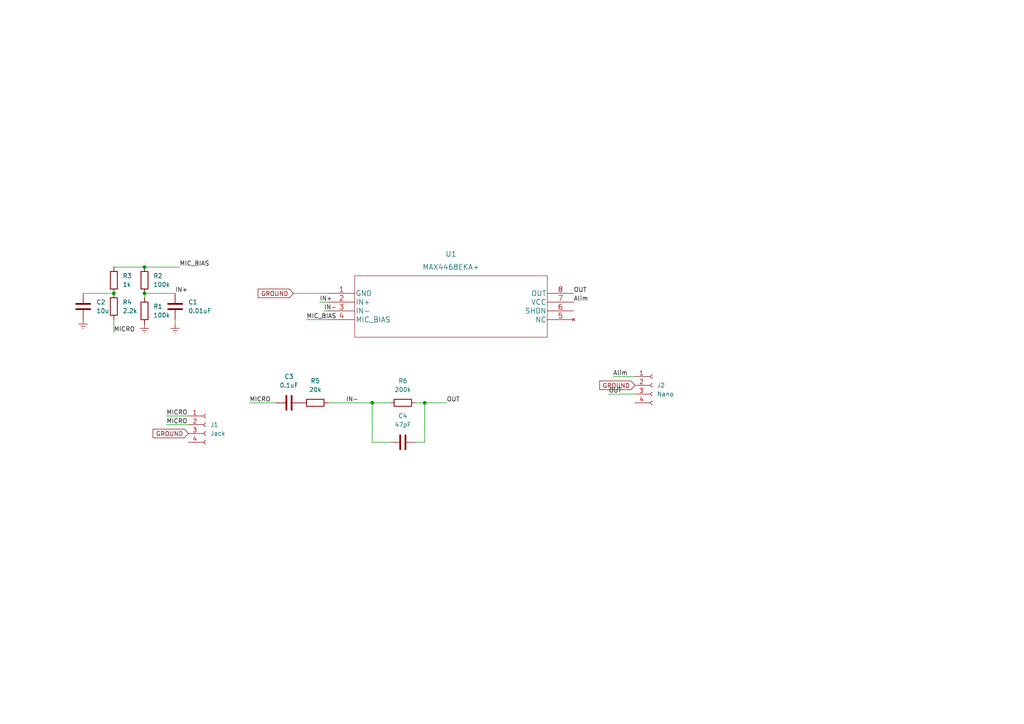
<source format=kicad_sch>
(kicad_sch (version 20211123) (generator eeschema)

  (uuid eb91eb52-3351-442d-b23a-038cad3b3ca2)

  (paper "A4")

  (lib_symbols
    (symbol "Connector:Conn_01x04_Female" (pin_names (offset 1.016) hide) (in_bom yes) (on_board yes)
      (property "Reference" "J" (id 0) (at 0 5.08 0)
        (effects (font (size 1.27 1.27)))
      )
      (property "Value" "Conn_01x04_Female" (id 1) (at 0 -7.62 0)
        (effects (font (size 1.27 1.27)))
      )
      (property "Footprint" "" (id 2) (at 0 0 0)
        (effects (font (size 1.27 1.27)) hide)
      )
      (property "Datasheet" "~" (id 3) (at 0 0 0)
        (effects (font (size 1.27 1.27)) hide)
      )
      (property "ki_keywords" "connector" (id 4) (at 0 0 0)
        (effects (font (size 1.27 1.27)) hide)
      )
      (property "ki_description" "Generic connector, single row, 01x04, script generated (kicad-library-utils/schlib/autogen/connector/)" (id 5) (at 0 0 0)
        (effects (font (size 1.27 1.27)) hide)
      )
      (property "ki_fp_filters" "Connector*:*_1x??_*" (id 6) (at 0 0 0)
        (effects (font (size 1.27 1.27)) hide)
      )
      (symbol "Conn_01x04_Female_1_1"
        (arc (start 0 -4.572) (mid -0.508 -5.08) (end 0 -5.588)
          (stroke (width 0.1524) (type default) (color 0 0 0 0))
          (fill (type none))
        )
        (arc (start 0 -2.032) (mid -0.508 -2.54) (end 0 -3.048)
          (stroke (width 0.1524) (type default) (color 0 0 0 0))
          (fill (type none))
        )
        (polyline
          (pts
            (xy -1.27 -5.08)
            (xy -0.508 -5.08)
          )
          (stroke (width 0.1524) (type default) (color 0 0 0 0))
          (fill (type none))
        )
        (polyline
          (pts
            (xy -1.27 -2.54)
            (xy -0.508 -2.54)
          )
          (stroke (width 0.1524) (type default) (color 0 0 0 0))
          (fill (type none))
        )
        (polyline
          (pts
            (xy -1.27 0)
            (xy -0.508 0)
          )
          (stroke (width 0.1524) (type default) (color 0 0 0 0))
          (fill (type none))
        )
        (polyline
          (pts
            (xy -1.27 2.54)
            (xy -0.508 2.54)
          )
          (stroke (width 0.1524) (type default) (color 0 0 0 0))
          (fill (type none))
        )
        (arc (start 0 0.508) (mid -0.508 0) (end 0 -0.508)
          (stroke (width 0.1524) (type default) (color 0 0 0 0))
          (fill (type none))
        )
        (arc (start 0 3.048) (mid -0.508 2.54) (end 0 2.032)
          (stroke (width 0.1524) (type default) (color 0 0 0 0))
          (fill (type none))
        )
        (pin passive line (at -5.08 2.54 0) (length 3.81)
          (name "Pin_1" (effects (font (size 1.27 1.27))))
          (number "1" (effects (font (size 1.27 1.27))))
        )
        (pin passive line (at -5.08 0 0) (length 3.81)
          (name "Pin_2" (effects (font (size 1.27 1.27))))
          (number "2" (effects (font (size 1.27 1.27))))
        )
        (pin passive line (at -5.08 -2.54 0) (length 3.81)
          (name "Pin_3" (effects (font (size 1.27 1.27))))
          (number "3" (effects (font (size 1.27 1.27))))
        )
        (pin passive line (at -5.08 -5.08 0) (length 3.81)
          (name "Pin_4" (effects (font (size 1.27 1.27))))
          (number "4" (effects (font (size 1.27 1.27))))
        )
      )
    )
    (symbol "Device:C" (pin_numbers hide) (pin_names (offset 0.254)) (in_bom yes) (on_board yes)
      (property "Reference" "C" (id 0) (at 0.635 2.54 0)
        (effects (font (size 1.27 1.27)) (justify left))
      )
      (property "Value" "C" (id 1) (at 0.635 -2.54 0)
        (effects (font (size 1.27 1.27)) (justify left))
      )
      (property "Footprint" "" (id 2) (at 0.9652 -3.81 0)
        (effects (font (size 1.27 1.27)) hide)
      )
      (property "Datasheet" "~" (id 3) (at 0 0 0)
        (effects (font (size 1.27 1.27)) hide)
      )
      (property "ki_keywords" "cap capacitor" (id 4) (at 0 0 0)
        (effects (font (size 1.27 1.27)) hide)
      )
      (property "ki_description" "Unpolarized capacitor" (id 5) (at 0 0 0)
        (effects (font (size 1.27 1.27)) hide)
      )
      (property "ki_fp_filters" "C_*" (id 6) (at 0 0 0)
        (effects (font (size 1.27 1.27)) hide)
      )
      (symbol "C_0_1"
        (polyline
          (pts
            (xy -2.032 -0.762)
            (xy 2.032 -0.762)
          )
          (stroke (width 0.508) (type default) (color 0 0 0 0))
          (fill (type none))
        )
        (polyline
          (pts
            (xy -2.032 0.762)
            (xy 2.032 0.762)
          )
          (stroke (width 0.508) (type default) (color 0 0 0 0))
          (fill (type none))
        )
      )
      (symbol "C_1_1"
        (pin passive line (at 0 3.81 270) (length 2.794)
          (name "~" (effects (font (size 1.27 1.27))))
          (number "1" (effects (font (size 1.27 1.27))))
        )
        (pin passive line (at 0 -3.81 90) (length 2.794)
          (name "~" (effects (font (size 1.27 1.27))))
          (number "2" (effects (font (size 1.27 1.27))))
        )
      )
    )
    (symbol "Device:R" (pin_numbers hide) (pin_names (offset 0)) (in_bom yes) (on_board yes)
      (property "Reference" "R" (id 0) (at 2.032 0 90)
        (effects (font (size 1.27 1.27)))
      )
      (property "Value" "R" (id 1) (at 0 0 90)
        (effects (font (size 1.27 1.27)))
      )
      (property "Footprint" "" (id 2) (at -1.778 0 90)
        (effects (font (size 1.27 1.27)) hide)
      )
      (property "Datasheet" "~" (id 3) (at 0 0 0)
        (effects (font (size 1.27 1.27)) hide)
      )
      (property "ki_keywords" "R res resistor" (id 4) (at 0 0 0)
        (effects (font (size 1.27 1.27)) hide)
      )
      (property "ki_description" "Resistor" (id 5) (at 0 0 0)
        (effects (font (size 1.27 1.27)) hide)
      )
      (property "ki_fp_filters" "R_*" (id 6) (at 0 0 0)
        (effects (font (size 1.27 1.27)) hide)
      )
      (symbol "R_0_1"
        (rectangle (start -1.016 -2.54) (end 1.016 2.54)
          (stroke (width 0.254) (type default) (color 0 0 0 0))
          (fill (type none))
        )
      )
      (symbol "R_1_1"
        (pin passive line (at 0 3.81 270) (length 1.27)
          (name "~" (effects (font (size 1.27 1.27))))
          (number "1" (effects (font (size 1.27 1.27))))
        )
        (pin passive line (at 0 -3.81 90) (length 1.27)
          (name "~" (effects (font (size 1.27 1.27))))
          (number "2" (effects (font (size 1.27 1.27))))
        )
      )
    )
    (symbol "max:MAX4468EKA+" (pin_names (offset 0.254)) (in_bom yes) (on_board yes)
      (property "Reference" "U" (id 0) (at 35.56 10.16 0)
        (effects (font (size 1.524 1.524)))
      )
      (property "Value" "MAX4468EKA+" (id 1) (at 35.56 7.62 0)
        (effects (font (size 1.524 1.524)))
      )
      (property "Footprint" "21-0078H_MXM" (id 2) (at 35.56 6.096 0)
        (effects (font (size 1.524 1.524)) hide)
      )
      (property "Datasheet" "" (id 3) (at 0 0 0)
        (effects (font (size 1.524 1.524)))
      )
      (property "ki_locked" "" (id 4) (at 0 0 0)
        (effects (font (size 1.27 1.27)))
      )
      (property "ki_fp_filters" "21-0078H_MXM 21-0078H_MXM-M 21-0078H_MXM-L" (id 5) (at 0 0 0)
        (effects (font (size 1.27 1.27)) hide)
      )
      (symbol "MAX4468EKA+_1_1"
        (polyline
          (pts
            (xy 7.62 -12.7)
            (xy 63.5 -12.7)
          )
          (stroke (width 0.127) (type default) (color 0 0 0 0))
          (fill (type none))
        )
        (polyline
          (pts
            (xy 7.62 5.08)
            (xy 7.62 -12.7)
          )
          (stroke (width 0.127) (type default) (color 0 0 0 0))
          (fill (type none))
        )
        (polyline
          (pts
            (xy 63.5 -12.7)
            (xy 63.5 5.08)
          )
          (stroke (width 0.127) (type default) (color 0 0 0 0))
          (fill (type none))
        )
        (polyline
          (pts
            (xy 63.5 5.08)
            (xy 7.62 5.08)
          )
          (stroke (width 0.127) (type default) (color 0 0 0 0))
          (fill (type none))
        )
        (pin power_in line (at 0 0 0) (length 7.62)
          (name "GND" (effects (font (size 1.4986 1.4986))))
          (number "1" (effects (font (size 1.4986 1.4986))))
        )
        (pin input line (at 0 -2.54 0) (length 7.62)
          (name "IN+" (effects (font (size 1.4986 1.4986))))
          (number "2" (effects (font (size 1.4986 1.4986))))
        )
        (pin input line (at 0 -5.08 0) (length 7.62)
          (name "IN-" (effects (font (size 1.4986 1.4986))))
          (number "3" (effects (font (size 1.4986 1.4986))))
        )
        (pin output line (at 0 -7.62 0) (length 7.62)
          (name "MIC_BIAS" (effects (font (size 1.4986 1.4986))))
          (number "4" (effects (font (size 1.4986 1.4986))))
        )
        (pin no_connect line (at 71.12 -7.62 180) (length 7.62)
          (name "NC" (effects (font (size 1.4986 1.4986))))
          (number "5" (effects (font (size 1.4986 1.4986))))
        )
        (pin input line (at 71.12 -5.08 180) (length 7.62)
          (name "SHDN" (effects (font (size 1.4986 1.4986))))
          (number "6" (effects (font (size 1.4986 1.4986))))
        )
        (pin power_in line (at 71.12 -2.54 180) (length 7.62)
          (name "VCC" (effects (font (size 1.4986 1.4986))))
          (number "7" (effects (font (size 1.4986 1.4986))))
        )
        (pin output line (at 71.12 0 180) (length 7.62)
          (name "OUT" (effects (font (size 1.4986 1.4986))))
          (number "8" (effects (font (size 1.4986 1.4986))))
        )
      )
    )
    (symbol "power:Earth" (power) (pin_names (offset 0)) (in_bom yes) (on_board yes)
      (property "Reference" "#PWR" (id 0) (at 0 -6.35 0)
        (effects (font (size 1.27 1.27)) hide)
      )
      (property "Value" "Earth" (id 1) (at 0 -3.81 0)
        (effects (font (size 1.27 1.27)) hide)
      )
      (property "Footprint" "" (id 2) (at 0 0 0)
        (effects (font (size 1.27 1.27)) hide)
      )
      (property "Datasheet" "~" (id 3) (at 0 0 0)
        (effects (font (size 1.27 1.27)) hide)
      )
      (property "ki_keywords" "power-flag ground gnd" (id 4) (at 0 0 0)
        (effects (font (size 1.27 1.27)) hide)
      )
      (property "ki_description" "Power symbol creates a global label with name \"Earth\"" (id 5) (at 0 0 0)
        (effects (font (size 1.27 1.27)) hide)
      )
      (symbol "Earth_0_1"
        (polyline
          (pts
            (xy -0.635 -1.905)
            (xy 0.635 -1.905)
          )
          (stroke (width 0) (type default) (color 0 0 0 0))
          (fill (type none))
        )
        (polyline
          (pts
            (xy -0.127 -2.54)
            (xy 0.127 -2.54)
          )
          (stroke (width 0) (type default) (color 0 0 0 0))
          (fill (type none))
        )
        (polyline
          (pts
            (xy 0 -1.27)
            (xy 0 0)
          )
          (stroke (width 0) (type default) (color 0 0 0 0))
          (fill (type none))
        )
        (polyline
          (pts
            (xy 1.27 -1.27)
            (xy -1.27 -1.27)
          )
          (stroke (width 0) (type default) (color 0 0 0 0))
          (fill (type none))
        )
      )
      (symbol "Earth_1_1"
        (pin power_in line (at 0 0 270) (length 0) hide
          (name "Earth" (effects (font (size 1.27 1.27))))
          (number "1" (effects (font (size 1.27 1.27))))
        )
      )
    )
  )

  (junction (at 41.91 77.47) (diameter 0) (color 0 0 0 0)
    (uuid 0ca593e1-fb5e-440d-8158-78af5ab45bab)
  )
  (junction (at 123.19 116.84) (diameter 0) (color 0 0 0 0)
    (uuid 8627a2d8-a47b-4e06-a89f-cdb3521512a0)
  )
  (junction (at 107.95 116.84) (diameter 0) (color 0 0 0 0)
    (uuid a35e881b-30f0-4974-98f3-762c36fb6dac)
  )
  (junction (at 41.91 85.09) (diameter 0) (color 0 0 0 0)
    (uuid bc201f01-f0db-48eb-a853-b5b3a0e164ab)
  )
  (junction (at 33.02 85.09) (diameter 0) (color 0 0 0 0)
    (uuid ec672cfc-11b6-4a3e-814b-2d4fde0242e7)
  )

  (wire (pts (xy 41.91 85.09) (xy 41.91 86.36))
    (stroke (width 0) (type default) (color 0 0 0 0))
    (uuid 0213e7f9-f28e-4290-8a4d-4dabc1c7267b)
  )
  (wire (pts (xy 123.19 116.84) (xy 123.19 128.27))
    (stroke (width 0) (type default) (color 0 0 0 0))
    (uuid 090f73ba-0b51-4123-aff3-cfaa97b2b322)
  )
  (wire (pts (xy 129.54 116.84) (xy 123.19 116.84))
    (stroke (width 0) (type default) (color 0 0 0 0))
    (uuid 17a20555-8954-4e9a-90dd-0e860fc61c64)
  )
  (wire (pts (xy 33.02 77.47) (xy 41.91 77.47))
    (stroke (width 0) (type default) (color 0 0 0 0))
    (uuid 1ad23de0-b52e-4406-bfb2-600d68c82fc6)
  )
  (wire (pts (xy 95.25 116.84) (xy 107.95 116.84))
    (stroke (width 0) (type default) (color 0 0 0 0))
    (uuid 22f6abd2-85a5-4072-8604-3d80370bdeef)
  )
  (wire (pts (xy 50.8 93.98) (xy 50.8 92.71))
    (stroke (width 0) (type default) (color 0 0 0 0))
    (uuid 41a3c540-6a3a-47c5-bb41-e8ab33137e0b)
  )
  (wire (pts (xy 123.19 116.84) (xy 120.65 116.84))
    (stroke (width 0) (type default) (color 0 0 0 0))
    (uuid 4786f8a9-97f0-4a7b-b2c7-a3fdd934375e)
  )
  (wire (pts (xy 176.53 114.3) (xy 184.15 114.3))
    (stroke (width 0) (type default) (color 0 0 0 0))
    (uuid 5c9d2fc5-e5fe-425f-a58b-993ccfed467a)
  )
  (wire (pts (xy 113.03 128.27) (xy 107.95 128.27))
    (stroke (width 0) (type default) (color 0 0 0 0))
    (uuid 63015434-ee46-40aa-bbbc-06269e2955ad)
  )
  (wire (pts (xy 177.8 109.22) (xy 184.15 109.22))
    (stroke (width 0) (type default) (color 0 0 0 0))
    (uuid 6a0c4af2-31ad-4fdb-94af-df05b2a9715a)
  )
  (wire (pts (xy 33.02 96.52) (xy 33.02 92.71))
    (stroke (width 0) (type default) (color 0 0 0 0))
    (uuid 84b70e01-adf3-4d64-8c03-15ed49fcfa0e)
  )
  (wire (pts (xy 41.91 85.09) (xy 50.8 85.09))
    (stroke (width 0) (type default) (color 0 0 0 0))
    (uuid 8cf6001e-f7e0-4ecb-9425-2068e1486d56)
  )
  (wire (pts (xy 24.13 85.09) (xy 33.02 85.09))
    (stroke (width 0) (type default) (color 0 0 0 0))
    (uuid a3bcba8a-e97d-4cf9-9e86-467b9e13847e)
  )
  (wire (pts (xy 107.95 128.27) (xy 107.95 116.84))
    (stroke (width 0) (type default) (color 0 0 0 0))
    (uuid a3db472f-751c-4a98-9dd3-1c9ead936830)
  )
  (wire (pts (xy 107.95 116.84) (xy 113.03 116.84))
    (stroke (width 0) (type default) (color 0 0 0 0))
    (uuid a4faf5df-a48a-4aa5-9998-ee3d6cfd54ad)
  )
  (wire (pts (xy 123.19 128.27) (xy 120.65 128.27))
    (stroke (width 0) (type default) (color 0 0 0 0))
    (uuid b75bf40e-3c45-47dd-9fce-2046401c559c)
  )
  (wire (pts (xy 88.9 92.71) (xy 95.25 92.71))
    (stroke (width 0) (type default) (color 0 0 0 0))
    (uuid bc7c5798-220a-4f11-b19f-3fad31677b54)
  )
  (wire (pts (xy 72.39 116.84) (xy 80.01 116.84))
    (stroke (width 0) (type default) (color 0 0 0 0))
    (uuid c320fe2b-8c45-4da5-a5e5-89e80f97ef80)
  )
  (wire (pts (xy 48.26 120.65) (xy 54.61 120.65))
    (stroke (width 0) (type default) (color 0 0 0 0))
    (uuid c412bcc7-89ac-4437-89ba-b33f0a7e5c82)
  )
  (wire (pts (xy 92.71 87.63) (xy 95.25 87.63))
    (stroke (width 0) (type default) (color 0 0 0 0))
    (uuid e2388c51-1b76-4ae3-931d-c2131096e28c)
  )
  (wire (pts (xy 48.26 123.19) (xy 54.61 123.19))
    (stroke (width 0) (type default) (color 0 0 0 0))
    (uuid e7ebc0fd-93bb-4444-9848-d514088ae004)
  )
  (wire (pts (xy 85.09 85.09) (xy 95.25 85.09))
    (stroke (width 0) (type default) (color 0 0 0 0))
    (uuid eb4a505f-bfaa-49fc-85a8-02509c5b4d1d)
  )
  (wire (pts (xy 52.07 77.47) (xy 41.91 77.47))
    (stroke (width 0) (type default) (color 0 0 0 0))
    (uuid ed57c827-5789-49c8-9963-67664eeb678f)
  )
  (wire (pts (xy 93.98 90.17) (xy 95.25 90.17))
    (stroke (width 0) (type default) (color 0 0 0 0))
    (uuid f72e6655-2ed1-45b6-85f7-73f11fb7fc5a)
  )

  (label "OUT" (at 129.54 116.84 0)
    (effects (font (size 1.27 1.27)) (justify left bottom))
    (uuid 0b50e3f1-d6ae-4223-b415-a69cefbff02b)
  )
  (label "MICRO" (at 48.26 120.65 0)
    (effects (font (size 1.27 1.27)) (justify left bottom))
    (uuid 0fd4b515-4dbc-4ac2-b2ba-a33ddd98c70f)
  )
  (label "IN-" (at 93.98 90.17 0)
    (effects (font (size 1.27 1.27)) (justify left bottom))
    (uuid 1f90e49f-c8ca-409f-b761-b6d4f271a894)
  )
  (label "Alim" (at 166.37 87.63 0)
    (effects (font (size 1.27 1.27)) (justify left bottom))
    (uuid 2e223b25-3457-422b-b098-2eb72ba308e9)
  )
  (label "Alim" (at 177.8 109.22 0)
    (effects (font (size 1.27 1.27)) (justify left bottom))
    (uuid 31e7a8d4-d70b-4c5a-acaa-bfbf8be10552)
  )
  (label "OUT" (at 176.53 114.3 0)
    (effects (font (size 1.27 1.27)) (justify left bottom))
    (uuid 37d10980-5ebb-408d-8c58-cac07d2e2567)
  )
  (label "MIC_BIAS" (at 88.9 92.71 0)
    (effects (font (size 1.27 1.27)) (justify left bottom))
    (uuid 3e6f9809-8929-4275-8161-18dd68d7dd86)
  )
  (label "IN+" (at 50.8 85.09 0)
    (effects (font (size 1.27 1.27)) (justify left bottom))
    (uuid 4a627bd4-4eff-4f28-bf2d-d995b902dc43)
  )
  (label "MICRO" (at 72.39 116.84 0)
    (effects (font (size 1.27 1.27)) (justify left bottom))
    (uuid 504fdb5b-7b81-4ac3-a060-51539635ae50)
  )
  (label "IN-" (at 100.33 116.84 0)
    (effects (font (size 1.27 1.27)) (justify left bottom))
    (uuid 599025b1-7547-488f-8d87-5e6c7cea0715)
  )
  (label "MICRO" (at 33.02 96.52 0)
    (effects (font (size 1.27 1.27)) (justify left bottom))
    (uuid 7a16a62f-0e55-4169-ab32-180fb91e7841)
  )
  (label "OUT" (at 166.37 85.09 0)
    (effects (font (size 1.27 1.27)) (justify left bottom))
    (uuid bdef7f61-e38f-4f56-ac01-52a0b624e3bc)
  )
  (label "MIC_BIAS" (at 52.07 77.47 0)
    (effects (font (size 1.27 1.27)) (justify left bottom))
    (uuid e7a297e3-bbb8-4284-a32c-80a44c2621d7)
  )
  (label "IN+" (at 92.71 87.63 0)
    (effects (font (size 1.27 1.27)) (justify left bottom))
    (uuid efa06cd2-060b-4775-b069-cb47a8916ff0)
  )
  (label "MICRO" (at 48.26 123.19 0)
    (effects (font (size 1.27 1.27)) (justify left bottom))
    (uuid f8b7812b-66e8-4090-a15f-922e7bd03757)
  )

  (global_label "GROUND" (shape input) (at 54.61 125.73 180) (fields_autoplaced)
    (effects (font (size 1.27 1.27)) (justify right))
    (uuid 84b1c42c-515a-41a2-986b-312fa6f2412b)
    (property "Intersheet References" "${INTERSHEET_REFS}" (id 0) (at 44.3955 125.8094 0)
      (effects (font (size 1.27 1.27)) (justify right) hide)
    )
  )
  (global_label "GROUND" (shape input) (at 85.09 85.09 180) (fields_autoplaced)
    (effects (font (size 1.27 1.27)) (justify right))
    (uuid b5eafb07-caa1-4fc3-8334-2277fb68f5f7)
    (property "Intersheet References" "${INTERSHEET_REFS}" (id 0) (at 74.8755 85.1694 0)
      (effects (font (size 1.27 1.27)) (justify right) hide)
    )
  )
  (global_label "GROUND" (shape input) (at 184.15 111.76 180) (fields_autoplaced)
    (effects (font (size 1.27 1.27)) (justify right))
    (uuid df1f8141-8f78-4f88-ae6f-4ff2e4b97e1e)
    (property "Intersheet References" "${INTERSHEET_REFS}" (id 0) (at 173.9355 111.8394 0)
      (effects (font (size 1.27 1.27)) (justify right) hide)
    )
  )

  (symbol (lib_id "max:MAX4468EKA+") (at 95.25 85.09 0) (unit 1)
    (in_bom yes) (on_board yes) (fields_autoplaced)
    (uuid 017acc10-ef23-4dfd-b067-ca86cfb29132)
    (property "Reference" "U1" (id 0) (at 130.81 73.66 0)
      (effects (font (size 1.524 1.524)))
    )
    (property "Value" "MAX4468EKA+" (id 1) (at 130.81 77.47 0)
      (effects (font (size 1.524 1.524)))
    )
    (property "Footprint" "MAX4468:MAX4468EKA&plus_" (id 2) (at 130.81 78.994 0)
      (effects (font (size 1.524 1.524)) hide)
    )
    (property "Datasheet" "" (id 3) (at 95.25 85.09 0)
      (effects (font (size 1.524 1.524)))
    )
    (pin "1" (uuid 3742a9f4-2976-41dd-b81c-bad7abe2909d))
    (pin "2" (uuid 48dc659f-5b5e-41d4-836e-d598e73db74b))
    (pin "3" (uuid 5ad84aac-95cf-4ab1-aa98-922404028484))
    (pin "4" (uuid ff022314-a765-4708-a4a4-30a0c7832d26))
    (pin "5" (uuid 74df61fb-f278-454d-8fb2-b51f024e7c7a))
    (pin "6" (uuid 3b1f875a-720f-4d1b-be8b-596c127d4ca6))
    (pin "7" (uuid 35f68cbb-307e-4217-bcaf-fc26a22ceeb7))
    (pin "8" (uuid 991c429a-fc30-4e39-9458-cc7f20b408da))
  )

  (symbol (lib_id "Device:R") (at 41.91 90.17 0) (unit 1)
    (in_bom yes) (on_board yes) (fields_autoplaced)
    (uuid 268a8217-66f8-40b1-96ce-682cf3c46c06)
    (property "Reference" "R1" (id 0) (at 44.45 88.8999 0)
      (effects (font (size 1.27 1.27)) (justify left))
    )
    (property "Value" "100k" (id 1) (at 44.45 91.4399 0)
      (effects (font (size 1.27 1.27)) (justify left))
    )
    (property "Footprint" "Resistor_SMD:R_0603_1608Metric_Pad0.98x0.95mm_HandSolder" (id 2) (at 40.132 90.17 90)
      (effects (font (size 1.27 1.27)) hide)
    )
    (property "Datasheet" "~" (id 3) (at 41.91 90.17 0)
      (effects (font (size 1.27 1.27)) hide)
    )
    (pin "1" (uuid 4b4a815d-f377-4b41-8a19-04dd506c747a))
    (pin "2" (uuid 1bb6a4c1-dbb5-4ddb-966d-bc0271d56688))
  )

  (symbol (lib_id "Device:C") (at 24.13 88.9 0) (unit 1)
    (in_bom yes) (on_board yes) (fields_autoplaced)
    (uuid 2ad42105-8956-48a1-8e28-b440387fb816)
    (property "Reference" "C2" (id 0) (at 27.94 87.6299 0)
      (effects (font (size 1.27 1.27)) (justify left))
    )
    (property "Value" "10u" (id 1) (at 27.94 90.1699 0)
      (effects (font (size 1.27 1.27)) (justify left))
    )
    (property "Footprint" "Capacitor_SMD:C_0603_1608Metric_Pad1.08x0.95mm_HandSolder" (id 2) (at 25.0952 92.71 0)
      (effects (font (size 1.27 1.27)) hide)
    )
    (property "Datasheet" "~" (id 3) (at 24.13 88.9 0)
      (effects (font (size 1.27 1.27)) hide)
    )
    (pin "1" (uuid ab68da69-c935-4a59-b6ee-1acd4394bcd7))
    (pin "2" (uuid 87392c7b-77cb-40ed-a5a3-6d8a7c407cc3))
  )

  (symbol (lib_id "power:Earth") (at 24.13 92.71 0) (unit 1)
    (in_bom yes) (on_board yes) (fields_autoplaced)
    (uuid 2c7dec4b-49d8-4793-9494-4c36ff461b70)
    (property "Reference" "#PWR0103" (id 0) (at 24.13 99.06 0)
      (effects (font (size 1.27 1.27)) hide)
    )
    (property "Value" "Earth" (id 1) (at 24.13 96.52 0)
      (effects (font (size 1.27 1.27)) hide)
    )
    (property "Footprint" "" (id 2) (at 24.13 92.71 0)
      (effects (font (size 1.27 1.27)) hide)
    )
    (property "Datasheet" "~" (id 3) (at 24.13 92.71 0)
      (effects (font (size 1.27 1.27)) hide)
    )
    (pin "1" (uuid 776fc22a-2fa3-43e8-a968-cd8735c5e4b9))
  )

  (symbol (lib_id "power:Earth") (at 50.8 93.98 0) (unit 1)
    (in_bom yes) (on_board yes) (fields_autoplaced)
    (uuid 332eb618-b986-472f-a6ad-34cd89117e4b)
    (property "Reference" "#PWR0102" (id 0) (at 50.8 100.33 0)
      (effects (font (size 1.27 1.27)) hide)
    )
    (property "Value" "Earth" (id 1) (at 50.8 97.79 0)
      (effects (font (size 1.27 1.27)) hide)
    )
    (property "Footprint" "" (id 2) (at 50.8 93.98 0)
      (effects (font (size 1.27 1.27)) hide)
    )
    (property "Datasheet" "~" (id 3) (at 50.8 93.98 0)
      (effects (font (size 1.27 1.27)) hide)
    )
    (pin "1" (uuid 8ee7dd5f-2e81-4308-b0e0-28947b7a5fc6))
  )

  (symbol (lib_id "Connector:Conn_01x04_Female") (at 59.69 123.19 0) (unit 1)
    (in_bom yes) (on_board yes) (fields_autoplaced)
    (uuid 368b44fd-c3b6-47a8-a909-23734c2f4b91)
    (property "Reference" "J1" (id 0) (at 60.96 123.1899 0)
      (effects (font (size 1.27 1.27)) (justify left))
    )
    (property "Value" "Jack" (id 1) (at 60.96 125.7299 0)
      (effects (font (size 1.27 1.27)) (justify left))
    )
    (property "Footprint" "Connector_PinSocket_2.00mm:PinSocket_1x04_P2.00mm_Vertical" (id 2) (at 59.69 123.19 0)
      (effects (font (size 1.27 1.27)) hide)
    )
    (property "Datasheet" "~" (id 3) (at 59.69 123.19 0)
      (effects (font (size 1.27 1.27)) hide)
    )
    (pin "1" (uuid c370c052-58ea-4493-969b-9254956698cc))
    (pin "2" (uuid 65f8254a-27db-41bb-acd4-b7f3fca7e8f0))
    (pin "3" (uuid d5dc12b2-890b-46b6-ac2b-c185249352d3))
    (pin "4" (uuid 1fc50e20-9e47-445f-8366-dbaba86d6320))
  )

  (symbol (lib_id "Device:R") (at 41.91 81.28 0) (unit 1)
    (in_bom yes) (on_board yes) (fields_autoplaced)
    (uuid 4ad42967-5fae-48bc-8b09-74eff7d5ff3c)
    (property "Reference" "R2" (id 0) (at 44.45 80.0099 0)
      (effects (font (size 1.27 1.27)) (justify left))
    )
    (property "Value" "100k" (id 1) (at 44.45 82.5499 0)
      (effects (font (size 1.27 1.27)) (justify left))
    )
    (property "Footprint" "Resistor_SMD:R_0603_1608Metric_Pad0.98x0.95mm_HandSolder" (id 2) (at 40.132 81.28 90)
      (effects (font (size 1.27 1.27)) hide)
    )
    (property "Datasheet" "~" (id 3) (at 41.91 81.28 0)
      (effects (font (size 1.27 1.27)) hide)
    )
    (pin "1" (uuid ad33d7b3-a2dc-426b-ae78-319b1b582713))
    (pin "2" (uuid b5a3fc23-11d8-4c00-b7dc-4f580a5cafc3))
  )

  (symbol (lib_id "Device:C") (at 116.84 128.27 270) (unit 1)
    (in_bom yes) (on_board yes) (fields_autoplaced)
    (uuid 57773a61-4f14-4e44-af26-0cb832bcb092)
    (property "Reference" "C4" (id 0) (at 116.84 120.65 90))
    (property "Value" "47pF" (id 1) (at 116.84 123.19 90))
    (property "Footprint" "Capacitor_SMD:C_0603_1608Metric_Pad1.08x0.95mm_HandSolder" (id 2) (at 113.03 129.2352 0)
      (effects (font (size 1.27 1.27)) hide)
    )
    (property "Datasheet" "~" (id 3) (at 116.84 128.27 0)
      (effects (font (size 1.27 1.27)) hide)
    )
    (pin "1" (uuid ba7ecf21-48b9-4042-af52-8e2be15fb14f))
    (pin "2" (uuid 9d521c39-937d-4e73-98ff-005bd4896ab9))
  )

  (symbol (lib_id "Connector:Conn_01x04_Female") (at 189.23 111.76 0) (unit 1)
    (in_bom yes) (on_board yes) (fields_autoplaced)
    (uuid 65f34fc7-7f82-4158-9ba7-2317df922f73)
    (property "Reference" "J2" (id 0) (at 190.5 111.7599 0)
      (effects (font (size 1.27 1.27)) (justify left))
    )
    (property "Value" "Nano" (id 1) (at 190.5 114.2999 0)
      (effects (font (size 1.27 1.27)) (justify left))
    )
    (property "Footprint" "Connector_PinSocket_2.00mm:PinSocket_1x04_P2.00mm_Vertical" (id 2) (at 189.23 111.76 0)
      (effects (font (size 1.27 1.27)) hide)
    )
    (property "Datasheet" "~" (id 3) (at 189.23 111.76 0)
      (effects (font (size 1.27 1.27)) hide)
    )
    (pin "1" (uuid ad0a9003-c95a-46a1-8a0f-f8d856d368aa))
    (pin "2" (uuid e0b592ec-d112-4372-8f5b-6d9f58950748))
    (pin "3" (uuid e465a9eb-124f-480f-bfb9-84a96ae273a7))
    (pin "4" (uuid f85710c5-3d30-4b0d-b3d7-214a06711bf1))
  )

  (symbol (lib_id "Device:C") (at 83.82 116.84 270) (unit 1)
    (in_bom yes) (on_board yes) (fields_autoplaced)
    (uuid 83064ae0-769a-445b-bcf3-4c03a23bb02b)
    (property "Reference" "C3" (id 0) (at 83.82 109.22 90))
    (property "Value" "0.1uF" (id 1) (at 83.82 111.76 90))
    (property "Footprint" "Capacitor_SMD:C_0603_1608Metric_Pad1.08x0.95mm_HandSolder" (id 2) (at 80.01 117.8052 0)
      (effects (font (size 1.27 1.27)) hide)
    )
    (property "Datasheet" "~" (id 3) (at 83.82 116.84 0)
      (effects (font (size 1.27 1.27)) hide)
    )
    (pin "1" (uuid 5a49834f-1c52-4f94-b2db-cb66a871b12c))
    (pin "2" (uuid 1acc03df-301e-4e76-bb04-49850a0c21a4))
  )

  (symbol (lib_id "Device:R") (at 33.02 88.9 0) (unit 1)
    (in_bom yes) (on_board yes) (fields_autoplaced)
    (uuid 8c6184d6-12cd-47f4-82c5-3adfea495909)
    (property "Reference" "R4" (id 0) (at 35.56 87.6299 0)
      (effects (font (size 1.27 1.27)) (justify left))
    )
    (property "Value" "2.2k" (id 1) (at 35.56 90.1699 0)
      (effects (font (size 1.27 1.27)) (justify left))
    )
    (property "Footprint" "Resistor_SMD:R_0603_1608Metric_Pad0.98x0.95mm_HandSolder" (id 2) (at 31.242 88.9 90)
      (effects (font (size 1.27 1.27)) hide)
    )
    (property "Datasheet" "~" (id 3) (at 33.02 88.9 0)
      (effects (font (size 1.27 1.27)) hide)
    )
    (pin "1" (uuid 52247adb-da83-4778-ad47-f93d1de0be63))
    (pin "2" (uuid a2676269-e26e-4d31-8bdb-255eeaf2ede3))
  )

  (symbol (lib_id "Device:R") (at 91.44 116.84 270) (unit 1)
    (in_bom yes) (on_board yes) (fields_autoplaced)
    (uuid 92906c89-10df-4f3b-b95c-c119b4c2fd49)
    (property "Reference" "R5" (id 0) (at 91.44 110.49 90))
    (property "Value" "20k" (id 1) (at 91.44 113.03 90))
    (property "Footprint" "Resistor_SMD:R_0603_1608Metric_Pad0.98x0.95mm_HandSolder" (id 2) (at 91.44 115.062 90)
      (effects (font (size 1.27 1.27)) hide)
    )
    (property "Datasheet" "~" (id 3) (at 91.44 116.84 0)
      (effects (font (size 1.27 1.27)) hide)
    )
    (pin "1" (uuid 9332c8ea-b873-4115-b5d6-834fa16cc3e1))
    (pin "2" (uuid 9b662ef8-9c86-4e9b-b123-5a8d7c93393e))
  )

  (symbol (lib_id "Device:R") (at 33.02 81.28 0) (unit 1)
    (in_bom yes) (on_board yes) (fields_autoplaced)
    (uuid 9bf044a1-f3ec-4657-9154-cde78c0aaabe)
    (property "Reference" "R3" (id 0) (at 35.56 80.0099 0)
      (effects (font (size 1.27 1.27)) (justify left))
    )
    (property "Value" "1k" (id 1) (at 35.56 82.5499 0)
      (effects (font (size 1.27 1.27)) (justify left))
    )
    (property "Footprint" "Resistor_SMD:R_0603_1608Metric_Pad0.98x0.95mm_HandSolder" (id 2) (at 31.242 81.28 90)
      (effects (font (size 1.27 1.27)) hide)
    )
    (property "Datasheet" "~" (id 3) (at 33.02 81.28 0)
      (effects (font (size 1.27 1.27)) hide)
    )
    (pin "1" (uuid 72b7ce4e-2206-440e-84ec-1b3b8caf5bdc))
    (pin "2" (uuid a68b5c10-a8d5-4349-8ede-a99182875e21))
  )

  (symbol (lib_id "Device:C") (at 50.8 88.9 0) (unit 1)
    (in_bom yes) (on_board yes) (fields_autoplaced)
    (uuid a0130840-ae8e-4387-b7cc-90f2609db79e)
    (property "Reference" "C1" (id 0) (at 54.61 87.6299 0)
      (effects (font (size 1.27 1.27)) (justify left))
    )
    (property "Value" "0.01uF" (id 1) (at 54.61 90.1699 0)
      (effects (font (size 1.27 1.27)) (justify left))
    )
    (property "Footprint" "Capacitor_SMD:C_0603_1608Metric_Pad1.08x0.95mm_HandSolder" (id 2) (at 51.7652 92.71 0)
      (effects (font (size 1.27 1.27)) hide)
    )
    (property "Datasheet" "~" (id 3) (at 50.8 88.9 0)
      (effects (font (size 1.27 1.27)) hide)
    )
    (pin "1" (uuid 690e837a-bc3f-4578-ba08-9dbe27cb39ca))
    (pin "2" (uuid 6615f5f6-7a98-4ead-938b-e90dde232a75))
  )

  (symbol (lib_id "Device:R") (at 116.84 116.84 270) (unit 1)
    (in_bom yes) (on_board yes) (fields_autoplaced)
    (uuid bbdd682b-4926-45b8-a370-789152601cdf)
    (property "Reference" "R6" (id 0) (at 116.84 110.49 90))
    (property "Value" "200k" (id 1) (at 116.84 113.03 90))
    (property "Footprint" "Resistor_SMD:R_0603_1608Metric_Pad0.98x0.95mm_HandSolder" (id 2) (at 116.84 115.062 90)
      (effects (font (size 1.27 1.27)) hide)
    )
    (property "Datasheet" "~" (id 3) (at 116.84 116.84 0)
      (effects (font (size 1.27 1.27)) hide)
    )
    (pin "1" (uuid 44c59bee-dc58-4039-831a-422b41b614ea))
    (pin "2" (uuid ff0fcd24-94e2-4d3d-88ff-656f9e55c1c3))
  )

  (symbol (lib_id "power:Earth") (at 41.91 93.98 0) (unit 1)
    (in_bom yes) (on_board yes) (fields_autoplaced)
    (uuid d2a2215f-c1c2-498c-800b-030b7bb40d29)
    (property "Reference" "#PWR0101" (id 0) (at 41.91 100.33 0)
      (effects (font (size 1.27 1.27)) hide)
    )
    (property "Value" "Earth" (id 1) (at 41.91 97.79 0)
      (effects (font (size 1.27 1.27)) hide)
    )
    (property "Footprint" "" (id 2) (at 41.91 93.98 0)
      (effects (font (size 1.27 1.27)) hide)
    )
    (property "Datasheet" "~" (id 3) (at 41.91 93.98 0)
      (effects (font (size 1.27 1.27)) hide)
    )
    (pin "1" (uuid dead3a24-3097-4139-9c39-b63de85a7e6f))
  )

  (sheet_instances
    (path "/" (page "1"))
  )

  (symbol_instances
    (path "/d2a2215f-c1c2-498c-800b-030b7bb40d29"
      (reference "#PWR0101") (unit 1) (value "Earth") (footprint "")
    )
    (path "/332eb618-b986-472f-a6ad-34cd89117e4b"
      (reference "#PWR0102") (unit 1) (value "Earth") (footprint "")
    )
    (path "/2c7dec4b-49d8-4793-9494-4c36ff461b70"
      (reference "#PWR0103") (unit 1) (value "Earth") (footprint "")
    )
    (path "/a0130840-ae8e-4387-b7cc-90f2609db79e"
      (reference "C1") (unit 1) (value "0.01uF") (footprint "Capacitor_SMD:C_0603_1608Metric_Pad1.08x0.95mm_HandSolder")
    )
    (path "/2ad42105-8956-48a1-8e28-b440387fb816"
      (reference "C2") (unit 1) (value "10u") (footprint "Capacitor_SMD:C_0603_1608Metric_Pad1.08x0.95mm_HandSolder")
    )
    (path "/83064ae0-769a-445b-bcf3-4c03a23bb02b"
      (reference "C3") (unit 1) (value "0.1uF") (footprint "Capacitor_SMD:C_0603_1608Metric_Pad1.08x0.95mm_HandSolder")
    )
    (path "/57773a61-4f14-4e44-af26-0cb832bcb092"
      (reference "C4") (unit 1) (value "47pF") (footprint "Capacitor_SMD:C_0603_1608Metric_Pad1.08x0.95mm_HandSolder")
    )
    (path "/368b44fd-c3b6-47a8-a909-23734c2f4b91"
      (reference "J1") (unit 1) (value "Jack") (footprint "Connector_PinSocket_2.00mm:PinSocket_1x04_P2.00mm_Vertical")
    )
    (path "/65f34fc7-7f82-4158-9ba7-2317df922f73"
      (reference "J2") (unit 1) (value "Nano") (footprint "Connector_PinSocket_2.00mm:PinSocket_1x04_P2.00mm_Vertical")
    )
    (path "/268a8217-66f8-40b1-96ce-682cf3c46c06"
      (reference "R1") (unit 1) (value "100k") (footprint "Resistor_SMD:R_0603_1608Metric_Pad0.98x0.95mm_HandSolder")
    )
    (path "/4ad42967-5fae-48bc-8b09-74eff7d5ff3c"
      (reference "R2") (unit 1) (value "100k") (footprint "Resistor_SMD:R_0603_1608Metric_Pad0.98x0.95mm_HandSolder")
    )
    (path "/9bf044a1-f3ec-4657-9154-cde78c0aaabe"
      (reference "R3") (unit 1) (value "1k") (footprint "Resistor_SMD:R_0603_1608Metric_Pad0.98x0.95mm_HandSolder")
    )
    (path "/8c6184d6-12cd-47f4-82c5-3adfea495909"
      (reference "R4") (unit 1) (value "2.2k") (footprint "Resistor_SMD:R_0603_1608Metric_Pad0.98x0.95mm_HandSolder")
    )
    (path "/92906c89-10df-4f3b-b95c-c119b4c2fd49"
      (reference "R5") (unit 1) (value "20k") (footprint "Resistor_SMD:R_0603_1608Metric_Pad0.98x0.95mm_HandSolder")
    )
    (path "/bbdd682b-4926-45b8-a370-789152601cdf"
      (reference "R6") (unit 1) (value "200k") (footprint "Resistor_SMD:R_0603_1608Metric_Pad0.98x0.95mm_HandSolder")
    )
    (path "/017acc10-ef23-4dfd-b067-ca86cfb29132"
      (reference "U1") (unit 1) (value "MAX4468EKA+") (footprint "MAX4468:MAX4468EKA&plus_")
    )
  )
)

</source>
